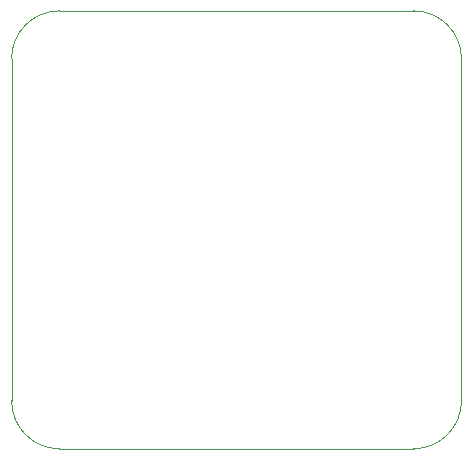
<source format=gbr>
G04 #@! TF.GenerationSoftware,KiCad,Pcbnew,5.1.5*
G04 #@! TF.CreationDate,2020-04-09T00:42:44+02:00*
G04 #@! TF.ProjectId,debug_control_board,64656275-675f-4636-9f6e-74726f6c5f62,rev?*
G04 #@! TF.SameCoordinates,Original*
G04 #@! TF.FileFunction,Profile,NP*
%FSLAX46Y46*%
G04 Gerber Fmt 4.6, Leading zero omitted, Abs format (unit mm)*
G04 Created by KiCad (PCBNEW 5.1.5) date 2020-04-09 00:42:44*
%MOMM*%
%LPD*%
G04 APERTURE LIST*
%ADD10C,0.050000*%
G04 APERTURE END LIST*
D10*
X116325000Y-106925000D02*
G75*
G02X112275000Y-102875000I0J4050000D01*
G01*
X150368000Y-102875000D02*
G75*
G02X146318000Y-106925000I-4050000J0D01*
G01*
X146318000Y-69850000D02*
G75*
G02X150368000Y-73900000I0J-4050000D01*
G01*
X112275000Y-73900000D02*
G75*
G02X116325000Y-69850000I4050000J0D01*
G01*
X112275000Y-73900000D02*
X112275000Y-102875000D01*
X146318000Y-106925000D02*
X116325000Y-106925000D01*
X150368000Y-73900000D02*
X150368000Y-102875000D01*
X116325000Y-69850000D02*
X146318000Y-69850000D01*
M02*

</source>
